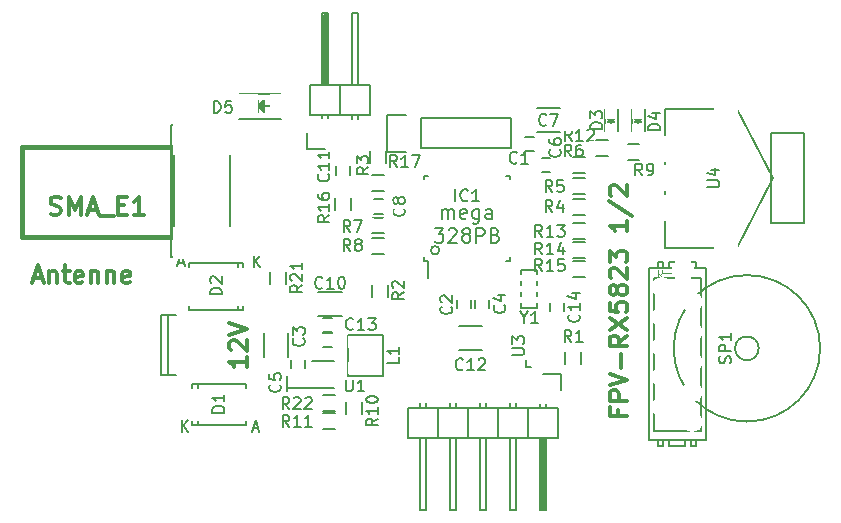
<source format=gto>
G04 #@! TF.FileFunction,Legend,Top*
%FSLAX46Y46*%
G04 Gerber Fmt 4.6, Leading zero omitted, Abs format (unit mm)*
G04 Created by KiCad (PCBNEW (2016-03-18 BZR 6629)-product) date Fr 15 Apr 2016 01:16:20 CEST*
%MOMM*%
G01*
G04 APERTURE LIST*
%ADD10C,0.100000*%
%ADD11C,0.300000*%
%ADD12C,0.200000*%
%ADD13C,0.150000*%
%ADD14C,0.203200*%
%ADD15C,0.101600*%
%ADD16C,0.381000*%
%ADD17C,0.304800*%
%ADD18O,3.800120X2.100860*%
%ADD19R,1.050000X1.100000*%
%ADD20R,1.900000X1.300000*%
%ADD21R,1.100000X1.050000*%
%ADD22R,1.300000X1.900000*%
%ADD23R,1.200000X0.800000*%
%ADD24R,0.800000X0.600000*%
%ADD25R,1.100000X1.180000*%
%ADD26R,0.800000X1.200000*%
%ADD27R,1.097560X1.097560*%
%ADD28R,0.850000X1.900000*%
%ADD29R,1.900000X0.850000*%
%ADD30R,2.027200X2.332000*%
%ADD31O,2.027200X2.332000*%
%ADD32C,2.300000*%
%ADD33R,0.698780X1.049300*%
%ADD34R,2.300000X0.600000*%
%ADD35R,2.799360X2.601240*%
%ADD36R,2.799360X2.100860*%
%ADD37R,1.897660X2.100860*%
%ADD38R,2.100000X2.200000*%
%ADD39C,1.450000*%
%ADD40R,2.332000X2.332000*%
%ADD41O,2.332000X2.332000*%
%ADD42R,3.000000X1.100000*%
%ADD43C,1.750000*%
%ADD44C,1.900000*%
%ADD45R,4.872000X2.713000*%
G04 APERTURE END LIST*
D10*
D11*
X119378571Y-117728571D02*
X119378571Y-118585714D01*
X119378571Y-118157142D02*
X117878571Y-118157142D01*
X118092857Y-118299999D01*
X118235714Y-118442857D01*
X118307143Y-118585714D01*
X118021429Y-117157143D02*
X117950000Y-117085714D01*
X117878571Y-116942857D01*
X117878571Y-116585714D01*
X117950000Y-116442857D01*
X118021429Y-116371428D01*
X118164286Y-116300000D01*
X118307143Y-116300000D01*
X118521429Y-116371428D01*
X119378571Y-117228571D01*
X119378571Y-116300000D01*
X117878571Y-115871429D02*
X119378571Y-115371429D01*
X117878571Y-114871429D01*
X101292857Y-111050000D02*
X102007143Y-111050000D01*
X101150000Y-111478571D02*
X101650000Y-109978571D01*
X102150000Y-111478571D01*
X102650000Y-110478571D02*
X102650000Y-111478571D01*
X102650000Y-110621429D02*
X102721428Y-110550000D01*
X102864286Y-110478571D01*
X103078571Y-110478571D01*
X103221428Y-110550000D01*
X103292857Y-110692857D01*
X103292857Y-111478571D01*
X103792857Y-110478571D02*
X104364286Y-110478571D01*
X104007143Y-109978571D02*
X104007143Y-111264286D01*
X104078571Y-111407143D01*
X104221429Y-111478571D01*
X104364286Y-111478571D01*
X105435714Y-111407143D02*
X105292857Y-111478571D01*
X105007143Y-111478571D01*
X104864286Y-111407143D01*
X104792857Y-111264286D01*
X104792857Y-110692857D01*
X104864286Y-110550000D01*
X105007143Y-110478571D01*
X105292857Y-110478571D01*
X105435714Y-110550000D01*
X105507143Y-110692857D01*
X105507143Y-110835714D01*
X104792857Y-110978571D01*
X106150000Y-110478571D02*
X106150000Y-111478571D01*
X106150000Y-110621429D02*
X106221428Y-110550000D01*
X106364286Y-110478571D01*
X106578571Y-110478571D01*
X106721428Y-110550000D01*
X106792857Y-110692857D01*
X106792857Y-111478571D01*
X107507143Y-110478571D02*
X107507143Y-111478571D01*
X107507143Y-110621429D02*
X107578571Y-110550000D01*
X107721429Y-110478571D01*
X107935714Y-110478571D01*
X108078571Y-110550000D01*
X108150000Y-110692857D01*
X108150000Y-111478571D01*
X109435714Y-111407143D02*
X109292857Y-111478571D01*
X109007143Y-111478571D01*
X108864286Y-111407143D01*
X108792857Y-111264286D01*
X108792857Y-110692857D01*
X108864286Y-110550000D01*
X109007143Y-110478571D01*
X109292857Y-110478571D01*
X109435714Y-110550000D01*
X109507143Y-110692857D01*
X109507143Y-110835714D01*
X108792857Y-110978571D01*
X150792857Y-122214284D02*
X150792857Y-122714284D01*
X151578571Y-122714284D02*
X150078571Y-122714284D01*
X150078571Y-121999998D01*
X151578571Y-121428570D02*
X150078571Y-121428570D01*
X150078571Y-120857142D01*
X150150000Y-120714284D01*
X150221429Y-120642856D01*
X150364286Y-120571427D01*
X150578571Y-120571427D01*
X150721429Y-120642856D01*
X150792857Y-120714284D01*
X150864286Y-120857142D01*
X150864286Y-121428570D01*
X150078571Y-120142856D02*
X151578571Y-119642856D01*
X150078571Y-119142856D01*
X151007143Y-118642856D02*
X151007143Y-117499999D01*
X151578571Y-115928570D02*
X150864286Y-116428570D01*
X151578571Y-116785713D02*
X150078571Y-116785713D01*
X150078571Y-116214285D01*
X150150000Y-116071427D01*
X150221429Y-115999999D01*
X150364286Y-115928570D01*
X150578571Y-115928570D01*
X150721429Y-115999999D01*
X150792857Y-116071427D01*
X150864286Y-116214285D01*
X150864286Y-116785713D01*
X150078571Y-115428570D02*
X151578571Y-114428570D01*
X150078571Y-114428570D02*
X151578571Y-115428570D01*
X150078571Y-113142856D02*
X150078571Y-113857142D01*
X150792857Y-113928571D01*
X150721429Y-113857142D01*
X150650000Y-113714285D01*
X150650000Y-113357142D01*
X150721429Y-113214285D01*
X150792857Y-113142856D01*
X150935714Y-113071428D01*
X151292857Y-113071428D01*
X151435714Y-113142856D01*
X151507143Y-113214285D01*
X151578571Y-113357142D01*
X151578571Y-113714285D01*
X151507143Y-113857142D01*
X151435714Y-113928571D01*
X150721429Y-112214285D02*
X150650000Y-112357143D01*
X150578571Y-112428571D01*
X150435714Y-112500000D01*
X150364286Y-112500000D01*
X150221429Y-112428571D01*
X150150000Y-112357143D01*
X150078571Y-112214285D01*
X150078571Y-111928571D01*
X150150000Y-111785714D01*
X150221429Y-111714285D01*
X150364286Y-111642857D01*
X150435714Y-111642857D01*
X150578571Y-111714285D01*
X150650000Y-111785714D01*
X150721429Y-111928571D01*
X150721429Y-112214285D01*
X150792857Y-112357143D01*
X150864286Y-112428571D01*
X151007143Y-112500000D01*
X151292857Y-112500000D01*
X151435714Y-112428571D01*
X151507143Y-112357143D01*
X151578571Y-112214285D01*
X151578571Y-111928571D01*
X151507143Y-111785714D01*
X151435714Y-111714285D01*
X151292857Y-111642857D01*
X151007143Y-111642857D01*
X150864286Y-111714285D01*
X150792857Y-111785714D01*
X150721429Y-111928571D01*
X150221429Y-111071429D02*
X150150000Y-111000000D01*
X150078571Y-110857143D01*
X150078571Y-110500000D01*
X150150000Y-110357143D01*
X150221429Y-110285714D01*
X150364286Y-110214286D01*
X150507143Y-110214286D01*
X150721429Y-110285714D01*
X151578571Y-111142857D01*
X151578571Y-110214286D01*
X150078571Y-109714286D02*
X150078571Y-108785715D01*
X150650000Y-109285715D01*
X150650000Y-109071429D01*
X150721429Y-108928572D01*
X150792857Y-108857143D01*
X150935714Y-108785715D01*
X151292857Y-108785715D01*
X151435714Y-108857143D01*
X151507143Y-108928572D01*
X151578571Y-109071429D01*
X151578571Y-109500001D01*
X151507143Y-109642858D01*
X151435714Y-109714286D01*
X151578571Y-106214287D02*
X151578571Y-107071430D01*
X151578571Y-106642858D02*
X150078571Y-106642858D01*
X150292857Y-106785715D01*
X150435714Y-106928573D01*
X150507143Y-107071430D01*
X150007143Y-104500002D02*
X151935714Y-105785716D01*
X150221429Y-104071430D02*
X150150000Y-104000001D01*
X150078571Y-103857144D01*
X150078571Y-103500001D01*
X150150000Y-103357144D01*
X150221429Y-103285715D01*
X150364286Y-103214287D01*
X150507143Y-103214287D01*
X150721429Y-103285715D01*
X151578571Y-104142858D01*
X151578571Y-103214287D01*
D12*
X135885715Y-106042857D02*
X135885715Y-105242857D01*
X135885715Y-105357143D02*
X135942858Y-105300000D01*
X136057144Y-105242857D01*
X136228572Y-105242857D01*
X136342858Y-105300000D01*
X136400001Y-105414286D01*
X136400001Y-106042857D01*
X136400001Y-105414286D02*
X136457144Y-105300000D01*
X136571430Y-105242857D01*
X136742858Y-105242857D01*
X136857144Y-105300000D01*
X136914287Y-105414286D01*
X136914287Y-106042857D01*
X137942858Y-105985714D02*
X137828572Y-106042857D01*
X137600001Y-106042857D01*
X137485715Y-105985714D01*
X137428572Y-105871429D01*
X137428572Y-105414286D01*
X137485715Y-105300000D01*
X137600001Y-105242857D01*
X137828572Y-105242857D01*
X137942858Y-105300000D01*
X138000001Y-105414286D01*
X138000001Y-105528571D01*
X137428572Y-105642857D01*
X139028572Y-105242857D02*
X139028572Y-106214286D01*
X138971429Y-106328571D01*
X138914286Y-106385714D01*
X138800001Y-106442857D01*
X138628572Y-106442857D01*
X138514286Y-106385714D01*
X139028572Y-105985714D02*
X138914286Y-106042857D01*
X138685715Y-106042857D01*
X138571429Y-105985714D01*
X138514286Y-105928571D01*
X138457143Y-105814286D01*
X138457143Y-105471429D01*
X138514286Y-105357143D01*
X138571429Y-105300000D01*
X138685715Y-105242857D01*
X138914286Y-105242857D01*
X139028572Y-105300000D01*
X140114286Y-106042857D02*
X140114286Y-105414286D01*
X140057143Y-105300000D01*
X139942857Y-105242857D01*
X139714286Y-105242857D01*
X139600000Y-105300000D01*
X140114286Y-105985714D02*
X140000000Y-106042857D01*
X139714286Y-106042857D01*
X139600000Y-105985714D01*
X139542857Y-105871429D01*
X139542857Y-105757143D01*
X139600000Y-105642857D01*
X139714286Y-105585714D01*
X140000000Y-105585714D01*
X140114286Y-105528571D01*
X135257144Y-106842857D02*
X136000001Y-106842857D01*
X135600001Y-107300000D01*
X135771429Y-107300000D01*
X135885715Y-107357143D01*
X135942858Y-107414286D01*
X136000001Y-107528571D01*
X136000001Y-107814286D01*
X135942858Y-107928571D01*
X135885715Y-107985714D01*
X135771429Y-108042857D01*
X135428572Y-108042857D01*
X135314286Y-107985714D01*
X135257144Y-107928571D01*
X136457143Y-106957143D02*
X136514286Y-106900000D01*
X136628572Y-106842857D01*
X136914286Y-106842857D01*
X137028572Y-106900000D01*
X137085715Y-106957143D01*
X137142858Y-107071429D01*
X137142858Y-107185714D01*
X137085715Y-107357143D01*
X136400001Y-108042857D01*
X137142858Y-108042857D01*
X137828572Y-107357143D02*
X137714286Y-107300000D01*
X137657143Y-107242857D01*
X137600000Y-107128571D01*
X137600000Y-107071429D01*
X137657143Y-106957143D01*
X137714286Y-106900000D01*
X137828572Y-106842857D01*
X138057143Y-106842857D01*
X138171429Y-106900000D01*
X138228572Y-106957143D01*
X138285715Y-107071429D01*
X138285715Y-107128571D01*
X138228572Y-107242857D01*
X138171429Y-107300000D01*
X138057143Y-107357143D01*
X137828572Y-107357143D01*
X137714286Y-107414286D01*
X137657143Y-107471429D01*
X137600000Y-107585714D01*
X137600000Y-107814286D01*
X137657143Y-107928571D01*
X137714286Y-107985714D01*
X137828572Y-108042857D01*
X138057143Y-108042857D01*
X138171429Y-107985714D01*
X138228572Y-107928571D01*
X138285715Y-107814286D01*
X138285715Y-107585714D01*
X138228572Y-107471429D01*
X138171429Y-107414286D01*
X138057143Y-107357143D01*
X138800000Y-108042857D02*
X138800000Y-106842857D01*
X139257143Y-106842857D01*
X139371429Y-106900000D01*
X139428572Y-106957143D01*
X139485715Y-107071429D01*
X139485715Y-107242857D01*
X139428572Y-107357143D01*
X139371429Y-107414286D01*
X139257143Y-107471429D01*
X138800000Y-107471429D01*
X140400000Y-107414286D02*
X140571429Y-107471429D01*
X140628572Y-107528571D01*
X140685715Y-107642857D01*
X140685715Y-107814286D01*
X140628572Y-107928571D01*
X140571429Y-107985714D01*
X140457143Y-108042857D01*
X140000000Y-108042857D01*
X140000000Y-106842857D01*
X140400000Y-106842857D01*
X140514286Y-106900000D01*
X140571429Y-106957143D01*
X140628572Y-107071429D01*
X140628572Y-107185714D01*
X140571429Y-107300000D01*
X140514286Y-107357143D01*
X140400000Y-107414286D01*
X140000000Y-107414286D01*
X135660555Y-108700000D02*
G75*
G03X135660555Y-108700000I-360555J0D01*
G01*
X122800000Y-119350000D02*
X122800000Y-120650000D01*
X122800000Y-120350000D02*
X122800000Y-119350000D01*
X125500000Y-120350000D02*
X122800000Y-120350000D01*
D13*
X112710000Y-119290000D02*
X112710000Y-114210000D01*
X112710000Y-114210000D02*
X113345000Y-114210000D01*
X112710000Y-119290000D02*
X113345000Y-119290000D01*
X112710000Y-119290000D02*
X112075000Y-119290000D01*
X112075000Y-119290000D02*
X112075000Y-114210000D01*
X112075000Y-114210000D02*
X112710000Y-114210000D01*
X123100000Y-118675000D02*
X123100000Y-117975000D01*
X124300000Y-117975000D02*
X124300000Y-118675000D01*
X120775000Y-115725000D02*
X120775000Y-117725000D01*
X122825000Y-117725000D02*
X122825000Y-115725000D01*
X126550000Y-116925000D02*
X125850000Y-116925000D01*
X125850000Y-115725000D02*
X126550000Y-115725000D01*
X125400000Y-114250000D02*
X127400000Y-114250000D01*
X127400000Y-112200000D02*
X125400000Y-112200000D01*
X131275000Y-111625000D02*
X131275000Y-112625000D01*
X129925000Y-112625000D02*
X129925000Y-111625000D01*
X127725000Y-122525000D02*
X127725000Y-121525000D01*
X129075000Y-121525000D02*
X129075000Y-122525000D01*
X125450000Y-120375000D02*
X126750000Y-120375000D01*
X124875000Y-118075000D02*
X126750000Y-118075000D01*
X126550000Y-115625000D02*
X125850000Y-115625000D01*
X125850000Y-114425000D02*
X126550000Y-114425000D01*
X122675000Y-110525000D02*
X122675000Y-111525000D01*
X121325000Y-111525000D02*
X121325000Y-110525000D01*
X125800000Y-122475000D02*
X126800000Y-122475000D01*
X126800000Y-123825000D02*
X125800000Y-123825000D01*
X125800000Y-120975000D02*
X126800000Y-120975000D01*
X126800000Y-122325000D02*
X125800000Y-122325000D01*
X142950000Y-99100000D02*
X143650000Y-99100000D01*
X143650000Y-100300000D02*
X142950000Y-100300000D01*
X138350000Y-112900000D02*
X138350000Y-113600000D01*
X137150000Y-113600000D02*
X137150000Y-112900000D01*
X139850000Y-112900000D02*
X139850000Y-113600000D01*
X138650000Y-113600000D02*
X138650000Y-112900000D01*
X144350000Y-100900000D02*
X145050000Y-100900000D01*
X145050000Y-102100000D02*
X144350000Y-102100000D01*
X143900000Y-98725000D02*
X145900000Y-98725000D01*
X145900000Y-96675000D02*
X143900000Y-96675000D01*
X130850000Y-105600000D02*
X130150000Y-105600000D01*
X130150000Y-104400000D02*
X130850000Y-104400000D01*
X137300000Y-117125000D02*
X139300000Y-117125000D01*
X139300000Y-115075000D02*
X137300000Y-115075000D01*
X145000000Y-113850000D02*
X145000000Y-113150000D01*
X146200000Y-113150000D02*
X146200000Y-113850000D01*
X149650000Y-96700000D02*
X149650000Y-98600000D01*
X150750000Y-96700000D02*
X150750000Y-98600000D01*
X150200000Y-97600000D02*
X150200000Y-98050000D01*
X150450000Y-97550000D02*
X149950000Y-97550000D01*
X150200000Y-97550000D02*
X150450000Y-97800000D01*
X150450000Y-97800000D02*
X149950000Y-97800000D01*
X149950000Y-97800000D02*
X150200000Y-97550000D01*
X151950000Y-96700000D02*
X151950000Y-98600000D01*
X153050000Y-96700000D02*
X153050000Y-98600000D01*
X152500000Y-97600000D02*
X152500000Y-98050000D01*
X152750000Y-97550000D02*
X152250000Y-97550000D01*
X152500000Y-97550000D02*
X152750000Y-97800000D01*
X152750000Y-97800000D02*
X152250000Y-97800000D01*
X152250000Y-97800000D02*
X152500000Y-97550000D01*
X134375000Y-109625000D02*
X134700000Y-109625000D01*
X134375000Y-102375000D02*
X134700000Y-102375000D01*
X141625000Y-102375000D02*
X141300000Y-102375000D01*
X141625000Y-109625000D02*
X141300000Y-109625000D01*
X134375000Y-109625000D02*
X134375000Y-109300000D01*
X141625000Y-109625000D02*
X141625000Y-109300000D01*
X141625000Y-102375000D02*
X141625000Y-102700000D01*
X134375000Y-102375000D02*
X134375000Y-102700000D01*
X134700000Y-109625000D02*
X134700000Y-111050000D01*
X145950000Y-119200000D02*
X144400000Y-119200000D01*
X145950000Y-120500000D02*
X145950000Y-119200000D01*
X144527000Y-124691000D02*
X144527000Y-130533000D01*
X144527000Y-130533000D02*
X144273000Y-130533000D01*
X144273000Y-130533000D02*
X144273000Y-124691000D01*
X144273000Y-124691000D02*
X144400000Y-124691000D01*
X144400000Y-124691000D02*
X144400000Y-130533000D01*
X144654000Y-122024000D02*
X144654000Y-121643000D01*
X144146000Y-122024000D02*
X144146000Y-121643000D01*
X142114000Y-122024000D02*
X142114000Y-121643000D01*
X141606000Y-122024000D02*
X141606000Y-121643000D01*
X139574000Y-122024000D02*
X139574000Y-121643000D01*
X139066000Y-122024000D02*
X139066000Y-121643000D01*
X137034000Y-122024000D02*
X137034000Y-121643000D01*
X136526000Y-122024000D02*
X136526000Y-121643000D01*
X133986000Y-122024000D02*
X133986000Y-121643000D01*
X134494000Y-122024000D02*
X134494000Y-121643000D01*
X143130000Y-124564000D02*
X145670000Y-124564000D01*
X144146000Y-130660000D02*
X144146000Y-124564000D01*
X144654000Y-130660000D02*
X144146000Y-130660000D01*
X144654000Y-124564000D02*
X144654000Y-130660000D01*
X143130000Y-122024000D02*
X143130000Y-124564000D01*
X145670000Y-122024000D02*
X143130000Y-122024000D01*
X145670000Y-122024000D02*
X145670000Y-124564000D01*
X140590000Y-122024000D02*
X140590000Y-124564000D01*
X140590000Y-122024000D02*
X138050000Y-122024000D01*
X138050000Y-122024000D02*
X138050000Y-124564000D01*
X139574000Y-124564000D02*
X139574000Y-130660000D01*
X139574000Y-130660000D02*
X139066000Y-130660000D01*
X139066000Y-130660000D02*
X139066000Y-124564000D01*
X138050000Y-124564000D02*
X140590000Y-124564000D01*
X140590000Y-124564000D02*
X143130000Y-124564000D01*
X141606000Y-130660000D02*
X141606000Y-124564000D01*
X142114000Y-130660000D02*
X141606000Y-130660000D01*
X142114000Y-124564000D02*
X142114000Y-130660000D01*
X140590000Y-122024000D02*
X140590000Y-124564000D01*
X143130000Y-122024000D02*
X140590000Y-122024000D01*
X143130000Y-122024000D02*
X143130000Y-124564000D01*
X135510000Y-122024000D02*
X135510000Y-124564000D01*
X135510000Y-122024000D02*
X132970000Y-122024000D01*
X132970000Y-122024000D02*
X132970000Y-124564000D01*
X134494000Y-124564000D02*
X134494000Y-130660000D01*
X134494000Y-130660000D02*
X133986000Y-130660000D01*
X133986000Y-130660000D02*
X133986000Y-124564000D01*
X132970000Y-124564000D02*
X135510000Y-124564000D01*
X135510000Y-124564000D02*
X138050000Y-124564000D01*
X136526000Y-130660000D02*
X136526000Y-124564000D01*
X137034000Y-130660000D02*
X136526000Y-130660000D01*
X137034000Y-124564000D02*
X137034000Y-130660000D01*
X135510000Y-122024000D02*
X135510000Y-124564000D01*
X138050000Y-122024000D02*
X135510000Y-122024000D01*
X138050000Y-122024000D02*
X138050000Y-124564000D01*
X134070000Y-100070000D02*
X141690000Y-100070000D01*
X134070000Y-97530000D02*
X141690000Y-97530000D01*
X131250000Y-97250000D02*
X132800000Y-97250000D01*
X141690000Y-100070000D02*
X141690000Y-97530000D01*
X134070000Y-97530000D02*
X134070000Y-100070000D01*
X132800000Y-100350000D02*
X131250000Y-100350000D01*
X131250000Y-100350000D02*
X131250000Y-97250000D01*
X146325000Y-118300000D02*
X146325000Y-117300000D01*
X147675000Y-117300000D02*
X147675000Y-118300000D01*
X130000000Y-102325000D02*
X131000000Y-102325000D01*
X131000000Y-103675000D02*
X130000000Y-103675000D01*
X147000000Y-104325000D02*
X148000000Y-104325000D01*
X148000000Y-105675000D02*
X147000000Y-105675000D01*
X147000000Y-102575000D02*
X148000000Y-102575000D01*
X148000000Y-103925000D02*
X147000000Y-103925000D01*
X147000000Y-100825000D02*
X148000000Y-100825000D01*
X148000000Y-102175000D02*
X147000000Y-102175000D01*
X131000000Y-107275000D02*
X130000000Y-107275000D01*
X130000000Y-105925000D02*
X131000000Y-105925000D01*
X131000000Y-108975000D02*
X130000000Y-108975000D01*
X130000000Y-107625000D02*
X131000000Y-107625000D01*
X151600000Y-99725000D02*
X152600000Y-99725000D01*
X152600000Y-101075000D02*
X151600000Y-101075000D01*
X148900000Y-99325000D02*
X149900000Y-99325000D01*
X149900000Y-100675000D02*
X148900000Y-100675000D01*
X147000000Y-106425000D02*
X148000000Y-106425000D01*
X148000000Y-107775000D02*
X147000000Y-107775000D01*
X147000000Y-108025000D02*
X148000000Y-108025000D01*
X148000000Y-109375000D02*
X147000000Y-109375000D01*
X147000000Y-109625000D02*
X148000000Y-109625000D01*
X148000000Y-110975000D02*
X147000000Y-110975000D01*
X162700760Y-117000000D02*
G75*
G03X162700760Y-117000000I-1000760J0D01*
G01*
X167900140Y-117000000D02*
G75*
G03X167900140Y-117000000I-6200140J0D01*
G01*
X142969040Y-117960780D02*
X142969040Y-118570380D01*
X142969040Y-118570380D02*
X143400840Y-118580540D01*
X143900000Y-113600000D02*
X143900000Y-110400000D01*
X143900000Y-110400000D02*
X142600000Y-110400000D01*
X142600000Y-110400000D02*
X142600000Y-113600000D01*
X142600000Y-113600000D02*
X143900000Y-113600000D01*
X119056320Y-109950000D02*
X119056320Y-110149800D01*
X118599280Y-110000000D02*
X118599280Y-110149000D01*
X114453840Y-109950000D02*
X114453840Y-110099000D01*
X119051240Y-113550000D02*
X119051240Y-113401000D01*
X118599280Y-113550000D02*
X118599280Y-113401000D01*
X114448760Y-113550000D02*
X114448760Y-113401000D01*
X118599280Y-109801020D02*
X118599280Y-109999140D01*
X118599280Y-113748980D02*
X118599280Y-113550860D01*
X114453840Y-109753560D02*
X114453840Y-109951680D01*
X119056320Y-109753560D02*
X114453840Y-109753560D01*
X119056320Y-109753560D02*
X119056320Y-109951680D01*
X119051240Y-113748980D02*
X119051240Y-113550860D01*
X119051240Y-113748980D02*
X114448760Y-113748980D01*
X114448760Y-113748980D02*
X114448760Y-113550860D01*
X115200860Y-123500060D02*
X115200860Y-123149540D01*
X115200860Y-119999940D02*
X115200860Y-120350460D01*
X119250440Y-123500060D02*
X119250440Y-123149540D01*
X114749560Y-123500060D02*
X114749560Y-123149540D01*
X114749560Y-119999940D02*
X114749560Y-120350460D01*
X119250440Y-119999940D02*
X119250440Y-120350460D01*
X114749560Y-123500060D02*
X119250440Y-123500060D01*
X114749560Y-119999940D02*
X119250440Y-119999940D01*
X118669860Y-97550000D02*
X122269860Y-97550000D01*
X118669860Y-95450000D02*
X122269860Y-95450000D01*
X120719860Y-96200000D02*
X120719860Y-96800000D01*
X120719860Y-96800000D02*
X120419860Y-96500000D01*
X120419860Y-96500000D02*
X120619860Y-96300000D01*
X120619860Y-96300000D02*
X120619860Y-96550000D01*
X120619860Y-96550000D02*
X120569860Y-96500000D01*
X120319860Y-96000000D02*
X120319860Y-97000000D01*
X120819860Y-96500000D02*
X121319860Y-96500000D01*
X120319860Y-96500000D02*
X120819860Y-96000000D01*
X120819860Y-96000000D02*
X120819860Y-97000000D01*
X120819860Y-97000000D02*
X120319860Y-96500000D01*
X166500000Y-98800000D02*
X166500000Y-106400000D01*
X166500000Y-106400000D02*
X163700000Y-106400000D01*
X163700000Y-106400000D02*
X163700000Y-98800000D01*
X163700000Y-98800000D02*
X166500000Y-98800000D01*
X154800000Y-96700000D02*
X160900000Y-96700000D01*
X160900000Y-96700000D02*
X163900000Y-102600000D01*
X163900000Y-102600000D02*
X160900000Y-108500000D01*
X160900000Y-108500000D02*
X154800000Y-108500000D01*
X154800000Y-96700000D02*
X154800000Y-108500000D01*
X124450000Y-100100000D02*
X126000000Y-100100000D01*
X124450000Y-98800000D02*
X124450000Y-100100000D01*
X125873000Y-94609000D02*
X125873000Y-88767000D01*
X125873000Y-88767000D02*
X126127000Y-88767000D01*
X126127000Y-88767000D02*
X126127000Y-94609000D01*
X126127000Y-94609000D02*
X126000000Y-94609000D01*
X126000000Y-94609000D02*
X126000000Y-88767000D01*
X125746000Y-97276000D02*
X125746000Y-97657000D01*
X126254000Y-97276000D02*
X126254000Y-97657000D01*
X128286000Y-97276000D02*
X128286000Y-97657000D01*
X128794000Y-97276000D02*
X128794000Y-97657000D01*
X124730000Y-97276000D02*
X124730000Y-94736000D01*
X127270000Y-97276000D02*
X127270000Y-94736000D01*
X127270000Y-97276000D02*
X129810000Y-97276000D01*
X129810000Y-97276000D02*
X129810000Y-94736000D01*
X128286000Y-94736000D02*
X128286000Y-88640000D01*
X128286000Y-88640000D02*
X128794000Y-88640000D01*
X128794000Y-88640000D02*
X128794000Y-94736000D01*
X129810000Y-94736000D02*
X127270000Y-94736000D01*
X127270000Y-94736000D02*
X124730000Y-94736000D01*
X126254000Y-88640000D02*
X126254000Y-94736000D01*
X125746000Y-88640000D02*
X126254000Y-88640000D01*
X125746000Y-94736000D02*
X125746000Y-88640000D01*
X127270000Y-97276000D02*
X127270000Y-94736000D01*
X124730000Y-97276000D02*
X127270000Y-97276000D01*
X127900000Y-119350000D02*
X127900000Y-115850000D01*
X127900000Y-115850000D02*
X130900000Y-115850000D01*
X130900000Y-115850000D02*
X130900000Y-119350000D01*
X130900000Y-119350000D02*
X127900000Y-119350000D01*
X126825000Y-105250000D02*
X126825000Y-104250000D01*
X128175000Y-104250000D02*
X128175000Y-105250000D01*
X129825000Y-101300000D02*
X129825000Y-100300000D01*
X131175000Y-100300000D02*
X131175000Y-101300000D01*
X126900000Y-102300000D02*
X126900000Y-101600000D01*
X128100000Y-101600000D02*
X128100000Y-102300000D01*
D14*
X155101500Y-124868540D02*
X155101500Y-125269860D01*
X155101500Y-125269860D02*
X156498500Y-125269860D01*
X156498500Y-125269860D02*
X156498500Y-124868540D01*
X156998880Y-124868540D02*
X156998880Y-125269860D01*
X156998880Y-125269860D02*
X157397660Y-125269860D01*
X157397660Y-125269860D02*
X157397660Y-124868540D01*
X154202340Y-124868540D02*
X154202340Y-125269860D01*
X154202340Y-125269860D02*
X154601120Y-125269860D01*
X154601120Y-125269860D02*
X154601120Y-124868540D01*
X153402240Y-124769480D02*
X158197760Y-124769480D01*
X153801020Y-123969380D02*
X157798980Y-123969380D01*
D15*
X154202340Y-110332120D02*
X154202340Y-110631840D01*
X154202340Y-110631840D02*
X154202340Y-110931560D01*
X155800000Y-110332120D02*
X155800000Y-110631840D01*
X155800000Y-110631840D02*
X155800000Y-110931560D01*
X155800000Y-110631840D02*
X155500280Y-110931560D01*
X154202340Y-110631840D02*
X154502060Y-110931560D01*
X154400460Y-110730900D02*
X154502060Y-110631840D01*
X154502060Y-110332120D02*
X154502060Y-110631840D01*
X154502060Y-110631840D02*
X155500280Y-110631840D01*
X155500280Y-110631840D02*
X155500280Y-110332120D01*
X155601880Y-110730900D02*
X155500280Y-110631840D01*
D14*
X156498500Y-110131460D02*
X156498500Y-109730140D01*
X156498500Y-109730140D02*
X155101500Y-109730140D01*
X155101500Y-109730140D02*
X155101500Y-110131460D01*
X154601120Y-110131460D02*
X154601120Y-109730140D01*
X154601120Y-109730140D02*
X154202340Y-109730140D01*
X154202340Y-109730140D02*
X154202340Y-110131460D01*
X157397660Y-110131460D02*
X157397660Y-109730140D01*
X157397660Y-109730140D02*
X156998880Y-109730140D01*
X156998880Y-109730140D02*
X156998880Y-110131460D01*
X158197760Y-110230520D02*
X153402240Y-110230520D01*
X153801020Y-111030620D02*
X153801020Y-123969380D01*
X153402240Y-110230520D02*
X153402240Y-124769480D01*
X158197760Y-110230520D02*
X158197760Y-124769480D01*
X157798980Y-111030620D02*
X153801020Y-111030620D01*
X157798980Y-111030620D02*
X157798980Y-123969380D01*
D13*
X112900000Y-109300000D02*
X113000000Y-109300000D01*
X113000000Y-109300000D02*
X117900000Y-109300000D01*
X117900000Y-109300000D02*
X117900000Y-98100000D01*
X117900000Y-98100000D02*
X112900000Y-98100000D01*
X112900000Y-98100000D02*
X112900000Y-109300000D01*
D16*
X113050000Y-107565400D02*
X113050000Y-99945400D01*
X113050000Y-99945400D02*
X100350000Y-99945400D01*
X100350000Y-99945400D02*
X100350000Y-107565400D01*
X100350000Y-107565400D02*
X113050000Y-107565400D01*
D13*
X124157143Y-116166666D02*
X124204762Y-116214285D01*
X124252381Y-116357142D01*
X124252381Y-116452380D01*
X124204762Y-116595238D01*
X124109524Y-116690476D01*
X124014286Y-116738095D01*
X123823810Y-116785714D01*
X123680952Y-116785714D01*
X123490476Y-116738095D01*
X123395238Y-116690476D01*
X123300000Y-116595238D01*
X123252381Y-116452380D01*
X123252381Y-116357142D01*
X123300000Y-116214285D01*
X123347619Y-116166666D01*
X123252381Y-115833333D02*
X123252381Y-115214285D01*
X123633333Y-115547619D01*
X123633333Y-115404761D01*
X123680952Y-115309523D01*
X123728571Y-115261904D01*
X123823810Y-115214285D01*
X124061905Y-115214285D01*
X124157143Y-115261904D01*
X124204762Y-115309523D01*
X124252381Y-115404761D01*
X124252381Y-115690476D01*
X124204762Y-115785714D01*
X124157143Y-115833333D01*
X122157143Y-120066666D02*
X122204762Y-120114285D01*
X122252381Y-120257142D01*
X122252381Y-120352380D01*
X122204762Y-120495238D01*
X122109524Y-120590476D01*
X122014286Y-120638095D01*
X121823810Y-120685714D01*
X121680952Y-120685714D01*
X121490476Y-120638095D01*
X121395238Y-120590476D01*
X121300000Y-120495238D01*
X121252381Y-120352380D01*
X121252381Y-120257142D01*
X121300000Y-120114285D01*
X121347619Y-120066666D01*
X121252381Y-119161904D02*
X121252381Y-119638095D01*
X121728571Y-119685714D01*
X121680952Y-119638095D01*
X121633333Y-119542857D01*
X121633333Y-119304761D01*
X121680952Y-119209523D01*
X121728571Y-119161904D01*
X121823810Y-119114285D01*
X122061905Y-119114285D01*
X122157143Y-119161904D01*
X122204762Y-119209523D01*
X122252381Y-119304761D01*
X122252381Y-119542857D01*
X122204762Y-119638095D01*
X122157143Y-119685714D01*
X125757143Y-111857143D02*
X125709524Y-111904762D01*
X125566667Y-111952381D01*
X125471429Y-111952381D01*
X125328571Y-111904762D01*
X125233333Y-111809524D01*
X125185714Y-111714286D01*
X125138095Y-111523810D01*
X125138095Y-111380952D01*
X125185714Y-111190476D01*
X125233333Y-111095238D01*
X125328571Y-111000000D01*
X125471429Y-110952381D01*
X125566667Y-110952381D01*
X125709524Y-111000000D01*
X125757143Y-111047619D01*
X126709524Y-111952381D02*
X126138095Y-111952381D01*
X126423809Y-111952381D02*
X126423809Y-110952381D01*
X126328571Y-111095238D01*
X126233333Y-111190476D01*
X126138095Y-111238095D01*
X127328571Y-110952381D02*
X127423810Y-110952381D01*
X127519048Y-111000000D01*
X127566667Y-111047619D01*
X127614286Y-111142857D01*
X127661905Y-111333333D01*
X127661905Y-111571429D01*
X127614286Y-111761905D01*
X127566667Y-111857143D01*
X127519048Y-111904762D01*
X127423810Y-111952381D01*
X127328571Y-111952381D01*
X127233333Y-111904762D01*
X127185714Y-111857143D01*
X127138095Y-111761905D01*
X127090476Y-111571429D01*
X127090476Y-111333333D01*
X127138095Y-111142857D01*
X127185714Y-111047619D01*
X127233333Y-111000000D01*
X127328571Y-110952381D01*
X132652381Y-112266666D02*
X132176190Y-112600000D01*
X132652381Y-112838095D02*
X131652381Y-112838095D01*
X131652381Y-112457142D01*
X131700000Y-112361904D01*
X131747619Y-112314285D01*
X131842857Y-112266666D01*
X131985714Y-112266666D01*
X132080952Y-112314285D01*
X132128571Y-112361904D01*
X132176190Y-112457142D01*
X132176190Y-112838095D01*
X131747619Y-111885714D02*
X131700000Y-111838095D01*
X131652381Y-111742857D01*
X131652381Y-111504761D01*
X131700000Y-111409523D01*
X131747619Y-111361904D01*
X131842857Y-111314285D01*
X131938095Y-111314285D01*
X132080952Y-111361904D01*
X132652381Y-111933333D01*
X132652381Y-111314285D01*
X130452381Y-122942857D02*
X129976190Y-123276191D01*
X130452381Y-123514286D02*
X129452381Y-123514286D01*
X129452381Y-123133333D01*
X129500000Y-123038095D01*
X129547619Y-122990476D01*
X129642857Y-122942857D01*
X129785714Y-122942857D01*
X129880952Y-122990476D01*
X129928571Y-123038095D01*
X129976190Y-123133333D01*
X129976190Y-123514286D01*
X130452381Y-121990476D02*
X130452381Y-122561905D01*
X130452381Y-122276191D02*
X129452381Y-122276191D01*
X129595238Y-122371429D01*
X129690476Y-122466667D01*
X129738095Y-122561905D01*
X129452381Y-121371429D02*
X129452381Y-121276190D01*
X129500000Y-121180952D01*
X129547619Y-121133333D01*
X129642857Y-121085714D01*
X129833333Y-121038095D01*
X130071429Y-121038095D01*
X130261905Y-121085714D01*
X130357143Y-121133333D01*
X130404762Y-121180952D01*
X130452381Y-121276190D01*
X130452381Y-121371429D01*
X130404762Y-121466667D01*
X130357143Y-121514286D01*
X130261905Y-121561905D01*
X130071429Y-121609524D01*
X129833333Y-121609524D01*
X129642857Y-121561905D01*
X129547619Y-121514286D01*
X129500000Y-121466667D01*
X129452381Y-121371429D01*
X127738095Y-119652381D02*
X127738095Y-120461905D01*
X127785714Y-120557143D01*
X127833333Y-120604762D01*
X127928571Y-120652381D01*
X128119048Y-120652381D01*
X128214286Y-120604762D01*
X128261905Y-120557143D01*
X128309524Y-120461905D01*
X128309524Y-119652381D01*
X129309524Y-120652381D02*
X128738095Y-120652381D01*
X129023809Y-120652381D02*
X129023809Y-119652381D01*
X128928571Y-119795238D01*
X128833333Y-119890476D01*
X128738095Y-119938095D01*
X128357143Y-115357143D02*
X128309524Y-115404762D01*
X128166667Y-115452381D01*
X128071429Y-115452381D01*
X127928571Y-115404762D01*
X127833333Y-115309524D01*
X127785714Y-115214286D01*
X127738095Y-115023810D01*
X127738095Y-114880952D01*
X127785714Y-114690476D01*
X127833333Y-114595238D01*
X127928571Y-114500000D01*
X128071429Y-114452381D01*
X128166667Y-114452381D01*
X128309524Y-114500000D01*
X128357143Y-114547619D01*
X129309524Y-115452381D02*
X128738095Y-115452381D01*
X129023809Y-115452381D02*
X129023809Y-114452381D01*
X128928571Y-114595238D01*
X128833333Y-114690476D01*
X128738095Y-114738095D01*
X129642857Y-114452381D02*
X130261905Y-114452381D01*
X129928571Y-114833333D01*
X130071429Y-114833333D01*
X130166667Y-114880952D01*
X130214286Y-114928571D01*
X130261905Y-115023810D01*
X130261905Y-115261905D01*
X130214286Y-115357143D01*
X130166667Y-115404762D01*
X130071429Y-115452381D01*
X129785714Y-115452381D01*
X129690476Y-115404762D01*
X129642857Y-115357143D01*
X124052381Y-111642857D02*
X123576190Y-111976191D01*
X124052381Y-112214286D02*
X123052381Y-112214286D01*
X123052381Y-111833333D01*
X123100000Y-111738095D01*
X123147619Y-111690476D01*
X123242857Y-111642857D01*
X123385714Y-111642857D01*
X123480952Y-111690476D01*
X123528571Y-111738095D01*
X123576190Y-111833333D01*
X123576190Y-112214286D01*
X123147619Y-111261905D02*
X123100000Y-111214286D01*
X123052381Y-111119048D01*
X123052381Y-110880952D01*
X123100000Y-110785714D01*
X123147619Y-110738095D01*
X123242857Y-110690476D01*
X123338095Y-110690476D01*
X123480952Y-110738095D01*
X124052381Y-111309524D01*
X124052381Y-110690476D01*
X124052381Y-109738095D02*
X124052381Y-110309524D01*
X124052381Y-110023810D02*
X123052381Y-110023810D01*
X123195238Y-110119048D01*
X123290476Y-110214286D01*
X123338095Y-110309524D01*
X122957143Y-123652381D02*
X122623809Y-123176190D01*
X122385714Y-123652381D02*
X122385714Y-122652381D01*
X122766667Y-122652381D01*
X122861905Y-122700000D01*
X122909524Y-122747619D01*
X122957143Y-122842857D01*
X122957143Y-122985714D01*
X122909524Y-123080952D01*
X122861905Y-123128571D01*
X122766667Y-123176190D01*
X122385714Y-123176190D01*
X123909524Y-123652381D02*
X123338095Y-123652381D01*
X123623809Y-123652381D02*
X123623809Y-122652381D01*
X123528571Y-122795238D01*
X123433333Y-122890476D01*
X123338095Y-122938095D01*
X124861905Y-123652381D02*
X124290476Y-123652381D01*
X124576190Y-123652381D02*
X124576190Y-122652381D01*
X124480952Y-122795238D01*
X124385714Y-122890476D01*
X124290476Y-122938095D01*
X122957143Y-122152381D02*
X122623809Y-121676190D01*
X122385714Y-122152381D02*
X122385714Y-121152381D01*
X122766667Y-121152381D01*
X122861905Y-121200000D01*
X122909524Y-121247619D01*
X122957143Y-121342857D01*
X122957143Y-121485714D01*
X122909524Y-121580952D01*
X122861905Y-121628571D01*
X122766667Y-121676190D01*
X122385714Y-121676190D01*
X123338095Y-121247619D02*
X123385714Y-121200000D01*
X123480952Y-121152381D01*
X123719048Y-121152381D01*
X123814286Y-121200000D01*
X123861905Y-121247619D01*
X123909524Y-121342857D01*
X123909524Y-121438095D01*
X123861905Y-121580952D01*
X123290476Y-122152381D01*
X123909524Y-122152381D01*
X124290476Y-121247619D02*
X124338095Y-121200000D01*
X124433333Y-121152381D01*
X124671429Y-121152381D01*
X124766667Y-121200000D01*
X124814286Y-121247619D01*
X124861905Y-121342857D01*
X124861905Y-121438095D01*
X124814286Y-121580952D01*
X124242857Y-122152381D01*
X124861905Y-122152381D01*
X142233334Y-101257143D02*
X142185715Y-101304762D01*
X142042858Y-101352381D01*
X141947620Y-101352381D01*
X141804762Y-101304762D01*
X141709524Y-101209524D01*
X141661905Y-101114286D01*
X141614286Y-100923810D01*
X141614286Y-100780952D01*
X141661905Y-100590476D01*
X141709524Y-100495238D01*
X141804762Y-100400000D01*
X141947620Y-100352381D01*
X142042858Y-100352381D01*
X142185715Y-100400000D01*
X142233334Y-100447619D01*
X143185715Y-101352381D02*
X142614286Y-101352381D01*
X142900000Y-101352381D02*
X142900000Y-100352381D01*
X142804762Y-100495238D01*
X142709524Y-100590476D01*
X142614286Y-100638095D01*
X136657143Y-113466666D02*
X136704762Y-113514285D01*
X136752381Y-113657142D01*
X136752381Y-113752380D01*
X136704762Y-113895238D01*
X136609524Y-113990476D01*
X136514286Y-114038095D01*
X136323810Y-114085714D01*
X136180952Y-114085714D01*
X135990476Y-114038095D01*
X135895238Y-113990476D01*
X135800000Y-113895238D01*
X135752381Y-113752380D01*
X135752381Y-113657142D01*
X135800000Y-113514285D01*
X135847619Y-113466666D01*
X135847619Y-113085714D02*
X135800000Y-113038095D01*
X135752381Y-112942857D01*
X135752381Y-112704761D01*
X135800000Y-112609523D01*
X135847619Y-112561904D01*
X135942857Y-112514285D01*
X136038095Y-112514285D01*
X136180952Y-112561904D01*
X136752381Y-113133333D01*
X136752381Y-112514285D01*
X141157143Y-113366666D02*
X141204762Y-113414285D01*
X141252381Y-113557142D01*
X141252381Y-113652380D01*
X141204762Y-113795238D01*
X141109524Y-113890476D01*
X141014286Y-113938095D01*
X140823810Y-113985714D01*
X140680952Y-113985714D01*
X140490476Y-113938095D01*
X140395238Y-113890476D01*
X140300000Y-113795238D01*
X140252381Y-113652380D01*
X140252381Y-113557142D01*
X140300000Y-113414285D01*
X140347619Y-113366666D01*
X140585714Y-112509523D02*
X141252381Y-112509523D01*
X140204762Y-112747619D02*
X140919048Y-112985714D01*
X140919048Y-112366666D01*
X145857143Y-100166666D02*
X145904762Y-100214285D01*
X145952381Y-100357142D01*
X145952381Y-100452380D01*
X145904762Y-100595238D01*
X145809524Y-100690476D01*
X145714286Y-100738095D01*
X145523810Y-100785714D01*
X145380952Y-100785714D01*
X145190476Y-100738095D01*
X145095238Y-100690476D01*
X145000000Y-100595238D01*
X144952381Y-100452380D01*
X144952381Y-100357142D01*
X145000000Y-100214285D01*
X145047619Y-100166666D01*
X144952381Y-99309523D02*
X144952381Y-99500000D01*
X145000000Y-99595238D01*
X145047619Y-99642857D01*
X145190476Y-99738095D01*
X145380952Y-99785714D01*
X145761905Y-99785714D01*
X145857143Y-99738095D01*
X145904762Y-99690476D01*
X145952381Y-99595238D01*
X145952381Y-99404761D01*
X145904762Y-99309523D01*
X145857143Y-99261904D01*
X145761905Y-99214285D01*
X145523810Y-99214285D01*
X145428571Y-99261904D01*
X145380952Y-99309523D01*
X145333333Y-99404761D01*
X145333333Y-99595238D01*
X145380952Y-99690476D01*
X145428571Y-99738095D01*
X145523810Y-99785714D01*
X144733334Y-98057143D02*
X144685715Y-98104762D01*
X144542858Y-98152381D01*
X144447620Y-98152381D01*
X144304762Y-98104762D01*
X144209524Y-98009524D01*
X144161905Y-97914286D01*
X144114286Y-97723810D01*
X144114286Y-97580952D01*
X144161905Y-97390476D01*
X144209524Y-97295238D01*
X144304762Y-97200000D01*
X144447620Y-97152381D01*
X144542858Y-97152381D01*
X144685715Y-97200000D01*
X144733334Y-97247619D01*
X145066667Y-97152381D02*
X145733334Y-97152381D01*
X145304762Y-98152381D01*
X132657143Y-105166666D02*
X132704762Y-105214285D01*
X132752381Y-105357142D01*
X132752381Y-105452380D01*
X132704762Y-105595238D01*
X132609524Y-105690476D01*
X132514286Y-105738095D01*
X132323810Y-105785714D01*
X132180952Y-105785714D01*
X131990476Y-105738095D01*
X131895238Y-105690476D01*
X131800000Y-105595238D01*
X131752381Y-105452380D01*
X131752381Y-105357142D01*
X131800000Y-105214285D01*
X131847619Y-105166666D01*
X132180952Y-104595238D02*
X132133333Y-104690476D01*
X132085714Y-104738095D01*
X131990476Y-104785714D01*
X131942857Y-104785714D01*
X131847619Y-104738095D01*
X131800000Y-104690476D01*
X131752381Y-104595238D01*
X131752381Y-104404761D01*
X131800000Y-104309523D01*
X131847619Y-104261904D01*
X131942857Y-104214285D01*
X131990476Y-104214285D01*
X132085714Y-104261904D01*
X132133333Y-104309523D01*
X132180952Y-104404761D01*
X132180952Y-104595238D01*
X132228571Y-104690476D01*
X132276190Y-104738095D01*
X132371429Y-104785714D01*
X132561905Y-104785714D01*
X132657143Y-104738095D01*
X132704762Y-104690476D01*
X132752381Y-104595238D01*
X132752381Y-104404761D01*
X132704762Y-104309523D01*
X132657143Y-104261904D01*
X132561905Y-104214285D01*
X132371429Y-104214285D01*
X132276190Y-104261904D01*
X132228571Y-104309523D01*
X132180952Y-104404761D01*
X137657143Y-118757143D02*
X137609524Y-118804762D01*
X137466667Y-118852381D01*
X137371429Y-118852381D01*
X137228571Y-118804762D01*
X137133333Y-118709524D01*
X137085714Y-118614286D01*
X137038095Y-118423810D01*
X137038095Y-118280952D01*
X137085714Y-118090476D01*
X137133333Y-117995238D01*
X137228571Y-117900000D01*
X137371429Y-117852381D01*
X137466667Y-117852381D01*
X137609524Y-117900000D01*
X137657143Y-117947619D01*
X138609524Y-118852381D02*
X138038095Y-118852381D01*
X138323809Y-118852381D02*
X138323809Y-117852381D01*
X138228571Y-117995238D01*
X138133333Y-118090476D01*
X138038095Y-118138095D01*
X138990476Y-117947619D02*
X139038095Y-117900000D01*
X139133333Y-117852381D01*
X139371429Y-117852381D01*
X139466667Y-117900000D01*
X139514286Y-117947619D01*
X139561905Y-118042857D01*
X139561905Y-118138095D01*
X139514286Y-118280952D01*
X138942857Y-118852381D01*
X139561905Y-118852381D01*
X147457143Y-114142857D02*
X147504762Y-114190476D01*
X147552381Y-114333333D01*
X147552381Y-114428571D01*
X147504762Y-114571429D01*
X147409524Y-114666667D01*
X147314286Y-114714286D01*
X147123810Y-114761905D01*
X146980952Y-114761905D01*
X146790476Y-114714286D01*
X146695238Y-114666667D01*
X146600000Y-114571429D01*
X146552381Y-114428571D01*
X146552381Y-114333333D01*
X146600000Y-114190476D01*
X146647619Y-114142857D01*
X147552381Y-113190476D02*
X147552381Y-113761905D01*
X147552381Y-113476191D02*
X146552381Y-113476191D01*
X146695238Y-113571429D01*
X146790476Y-113666667D01*
X146838095Y-113761905D01*
X146885714Y-112333333D02*
X147552381Y-112333333D01*
X146504762Y-112571429D02*
X147219048Y-112809524D01*
X147219048Y-112190476D01*
X149452381Y-98438095D02*
X148452381Y-98438095D01*
X148452381Y-98200000D01*
X148500000Y-98057142D01*
X148595238Y-97961904D01*
X148690476Y-97914285D01*
X148880952Y-97866666D01*
X149023810Y-97866666D01*
X149214286Y-97914285D01*
X149309524Y-97961904D01*
X149404762Y-98057142D01*
X149452381Y-98200000D01*
X149452381Y-98438095D01*
X148452381Y-97533333D02*
X148452381Y-96914285D01*
X148833333Y-97247619D01*
X148833333Y-97104761D01*
X148880952Y-97009523D01*
X148928571Y-96961904D01*
X149023810Y-96914285D01*
X149261905Y-96914285D01*
X149357143Y-96961904D01*
X149404762Y-97009523D01*
X149452381Y-97104761D01*
X149452381Y-97390476D01*
X149404762Y-97485714D01*
X149357143Y-97533333D01*
X154352381Y-98538095D02*
X153352381Y-98538095D01*
X153352381Y-98300000D01*
X153400000Y-98157142D01*
X153495238Y-98061904D01*
X153590476Y-98014285D01*
X153780952Y-97966666D01*
X153923810Y-97966666D01*
X154114286Y-98014285D01*
X154209524Y-98061904D01*
X154304762Y-98157142D01*
X154352381Y-98300000D01*
X154352381Y-98538095D01*
X153685714Y-97109523D02*
X154352381Y-97109523D01*
X153304762Y-97347619D02*
X154019048Y-97585714D01*
X154019048Y-96966666D01*
X137023810Y-104552381D02*
X137023810Y-103552381D01*
X138071429Y-104457143D02*
X138023810Y-104504762D01*
X137880953Y-104552381D01*
X137785715Y-104552381D01*
X137642857Y-104504762D01*
X137547619Y-104409524D01*
X137500000Y-104314286D01*
X137452381Y-104123810D01*
X137452381Y-103980952D01*
X137500000Y-103790476D01*
X137547619Y-103695238D01*
X137642857Y-103600000D01*
X137785715Y-103552381D01*
X137880953Y-103552381D01*
X138023810Y-103600000D01*
X138071429Y-103647619D01*
X139023810Y-104552381D02*
X138452381Y-104552381D01*
X138738095Y-104552381D02*
X138738095Y-103552381D01*
X138642857Y-103695238D01*
X138547619Y-103790476D01*
X138452381Y-103838095D01*
X146833334Y-116452381D02*
X146500000Y-115976190D01*
X146261905Y-116452381D02*
X146261905Y-115452381D01*
X146642858Y-115452381D01*
X146738096Y-115500000D01*
X146785715Y-115547619D01*
X146833334Y-115642857D01*
X146833334Y-115785714D01*
X146785715Y-115880952D01*
X146738096Y-115928571D01*
X146642858Y-115976190D01*
X146261905Y-115976190D01*
X147785715Y-116452381D02*
X147214286Y-116452381D01*
X147500000Y-116452381D02*
X147500000Y-115452381D01*
X147404762Y-115595238D01*
X147309524Y-115690476D01*
X147214286Y-115738095D01*
X129652381Y-101666666D02*
X129176190Y-102000000D01*
X129652381Y-102238095D02*
X128652381Y-102238095D01*
X128652381Y-101857142D01*
X128700000Y-101761904D01*
X128747619Y-101714285D01*
X128842857Y-101666666D01*
X128985714Y-101666666D01*
X129080952Y-101714285D01*
X129128571Y-101761904D01*
X129176190Y-101857142D01*
X129176190Y-102238095D01*
X128652381Y-101333333D02*
X128652381Y-100714285D01*
X129033333Y-101047619D01*
X129033333Y-100904761D01*
X129080952Y-100809523D01*
X129128571Y-100761904D01*
X129223810Y-100714285D01*
X129461905Y-100714285D01*
X129557143Y-100761904D01*
X129604762Y-100809523D01*
X129652381Y-100904761D01*
X129652381Y-101190476D01*
X129604762Y-101285714D01*
X129557143Y-101333333D01*
X145233334Y-105452381D02*
X144900000Y-104976190D01*
X144661905Y-105452381D02*
X144661905Y-104452381D01*
X145042858Y-104452381D01*
X145138096Y-104500000D01*
X145185715Y-104547619D01*
X145233334Y-104642857D01*
X145233334Y-104785714D01*
X145185715Y-104880952D01*
X145138096Y-104928571D01*
X145042858Y-104976190D01*
X144661905Y-104976190D01*
X146090477Y-104785714D02*
X146090477Y-105452381D01*
X145852381Y-104404762D02*
X145614286Y-105119048D01*
X146233334Y-105119048D01*
X145233334Y-103752381D02*
X144900000Y-103276190D01*
X144661905Y-103752381D02*
X144661905Y-102752381D01*
X145042858Y-102752381D01*
X145138096Y-102800000D01*
X145185715Y-102847619D01*
X145233334Y-102942857D01*
X145233334Y-103085714D01*
X145185715Y-103180952D01*
X145138096Y-103228571D01*
X145042858Y-103276190D01*
X144661905Y-103276190D01*
X146138096Y-102752381D02*
X145661905Y-102752381D01*
X145614286Y-103228571D01*
X145661905Y-103180952D01*
X145757143Y-103133333D01*
X145995239Y-103133333D01*
X146090477Y-103180952D01*
X146138096Y-103228571D01*
X146185715Y-103323810D01*
X146185715Y-103561905D01*
X146138096Y-103657143D01*
X146090477Y-103704762D01*
X145995239Y-103752381D01*
X145757143Y-103752381D01*
X145661905Y-103704762D01*
X145614286Y-103657143D01*
X146833334Y-100752381D02*
X146500000Y-100276190D01*
X146261905Y-100752381D02*
X146261905Y-99752381D01*
X146642858Y-99752381D01*
X146738096Y-99800000D01*
X146785715Y-99847619D01*
X146833334Y-99942857D01*
X146833334Y-100085714D01*
X146785715Y-100180952D01*
X146738096Y-100228571D01*
X146642858Y-100276190D01*
X146261905Y-100276190D01*
X147690477Y-99752381D02*
X147500000Y-99752381D01*
X147404762Y-99800000D01*
X147357143Y-99847619D01*
X147261905Y-99990476D01*
X147214286Y-100180952D01*
X147214286Y-100561905D01*
X147261905Y-100657143D01*
X147309524Y-100704762D01*
X147404762Y-100752381D01*
X147595239Y-100752381D01*
X147690477Y-100704762D01*
X147738096Y-100657143D01*
X147785715Y-100561905D01*
X147785715Y-100323810D01*
X147738096Y-100228571D01*
X147690477Y-100180952D01*
X147595239Y-100133333D01*
X147404762Y-100133333D01*
X147309524Y-100180952D01*
X147261905Y-100228571D01*
X147214286Y-100323810D01*
X128133334Y-107152381D02*
X127800000Y-106676190D01*
X127561905Y-107152381D02*
X127561905Y-106152381D01*
X127942858Y-106152381D01*
X128038096Y-106200000D01*
X128085715Y-106247619D01*
X128133334Y-106342857D01*
X128133334Y-106485714D01*
X128085715Y-106580952D01*
X128038096Y-106628571D01*
X127942858Y-106676190D01*
X127561905Y-106676190D01*
X128466667Y-106152381D02*
X129133334Y-106152381D01*
X128704762Y-107152381D01*
X128133334Y-108752381D02*
X127800000Y-108276190D01*
X127561905Y-108752381D02*
X127561905Y-107752381D01*
X127942858Y-107752381D01*
X128038096Y-107800000D01*
X128085715Y-107847619D01*
X128133334Y-107942857D01*
X128133334Y-108085714D01*
X128085715Y-108180952D01*
X128038096Y-108228571D01*
X127942858Y-108276190D01*
X127561905Y-108276190D01*
X128704762Y-108180952D02*
X128609524Y-108133333D01*
X128561905Y-108085714D01*
X128514286Y-107990476D01*
X128514286Y-107942857D01*
X128561905Y-107847619D01*
X128609524Y-107800000D01*
X128704762Y-107752381D01*
X128895239Y-107752381D01*
X128990477Y-107800000D01*
X129038096Y-107847619D01*
X129085715Y-107942857D01*
X129085715Y-107990476D01*
X129038096Y-108085714D01*
X128990477Y-108133333D01*
X128895239Y-108180952D01*
X128704762Y-108180952D01*
X128609524Y-108228571D01*
X128561905Y-108276190D01*
X128514286Y-108371429D01*
X128514286Y-108561905D01*
X128561905Y-108657143D01*
X128609524Y-108704762D01*
X128704762Y-108752381D01*
X128895239Y-108752381D01*
X128990477Y-108704762D01*
X129038096Y-108657143D01*
X129085715Y-108561905D01*
X129085715Y-108371429D01*
X129038096Y-108276190D01*
X128990477Y-108228571D01*
X128895239Y-108180952D01*
X152833334Y-102352381D02*
X152500000Y-101876190D01*
X152261905Y-102352381D02*
X152261905Y-101352381D01*
X152642858Y-101352381D01*
X152738096Y-101400000D01*
X152785715Y-101447619D01*
X152833334Y-101542857D01*
X152833334Y-101685714D01*
X152785715Y-101780952D01*
X152738096Y-101828571D01*
X152642858Y-101876190D01*
X152261905Y-101876190D01*
X153309524Y-102352381D02*
X153500000Y-102352381D01*
X153595239Y-102304762D01*
X153642858Y-102257143D01*
X153738096Y-102114286D01*
X153785715Y-101923810D01*
X153785715Y-101542857D01*
X153738096Y-101447619D01*
X153690477Y-101400000D01*
X153595239Y-101352381D01*
X153404762Y-101352381D01*
X153309524Y-101400000D01*
X153261905Y-101447619D01*
X153214286Y-101542857D01*
X153214286Y-101780952D01*
X153261905Y-101876190D01*
X153309524Y-101923810D01*
X153404762Y-101971429D01*
X153595239Y-101971429D01*
X153690477Y-101923810D01*
X153738096Y-101876190D01*
X153785715Y-101780952D01*
X146857143Y-99452381D02*
X146523809Y-98976190D01*
X146285714Y-99452381D02*
X146285714Y-98452381D01*
X146666667Y-98452381D01*
X146761905Y-98500000D01*
X146809524Y-98547619D01*
X146857143Y-98642857D01*
X146857143Y-98785714D01*
X146809524Y-98880952D01*
X146761905Y-98928571D01*
X146666667Y-98976190D01*
X146285714Y-98976190D01*
X147809524Y-99452381D02*
X147238095Y-99452381D01*
X147523809Y-99452381D02*
X147523809Y-98452381D01*
X147428571Y-98595238D01*
X147333333Y-98690476D01*
X147238095Y-98738095D01*
X148190476Y-98547619D02*
X148238095Y-98500000D01*
X148333333Y-98452381D01*
X148571429Y-98452381D01*
X148666667Y-98500000D01*
X148714286Y-98547619D01*
X148761905Y-98642857D01*
X148761905Y-98738095D01*
X148714286Y-98880952D01*
X148142857Y-99452381D01*
X148761905Y-99452381D01*
X144357143Y-107552381D02*
X144023809Y-107076190D01*
X143785714Y-107552381D02*
X143785714Y-106552381D01*
X144166667Y-106552381D01*
X144261905Y-106600000D01*
X144309524Y-106647619D01*
X144357143Y-106742857D01*
X144357143Y-106885714D01*
X144309524Y-106980952D01*
X144261905Y-107028571D01*
X144166667Y-107076190D01*
X143785714Y-107076190D01*
X145309524Y-107552381D02*
X144738095Y-107552381D01*
X145023809Y-107552381D02*
X145023809Y-106552381D01*
X144928571Y-106695238D01*
X144833333Y-106790476D01*
X144738095Y-106838095D01*
X145642857Y-106552381D02*
X146261905Y-106552381D01*
X145928571Y-106933333D01*
X146071429Y-106933333D01*
X146166667Y-106980952D01*
X146214286Y-107028571D01*
X146261905Y-107123810D01*
X146261905Y-107361905D01*
X146214286Y-107457143D01*
X146166667Y-107504762D01*
X146071429Y-107552381D01*
X145785714Y-107552381D01*
X145690476Y-107504762D01*
X145642857Y-107457143D01*
X144357143Y-109052381D02*
X144023809Y-108576190D01*
X143785714Y-109052381D02*
X143785714Y-108052381D01*
X144166667Y-108052381D01*
X144261905Y-108100000D01*
X144309524Y-108147619D01*
X144357143Y-108242857D01*
X144357143Y-108385714D01*
X144309524Y-108480952D01*
X144261905Y-108528571D01*
X144166667Y-108576190D01*
X143785714Y-108576190D01*
X145309524Y-109052381D02*
X144738095Y-109052381D01*
X145023809Y-109052381D02*
X145023809Y-108052381D01*
X144928571Y-108195238D01*
X144833333Y-108290476D01*
X144738095Y-108338095D01*
X146166667Y-108385714D02*
X146166667Y-109052381D01*
X145928571Y-108004762D02*
X145690476Y-108719048D01*
X146309524Y-108719048D01*
X144357143Y-110452381D02*
X144023809Y-109976190D01*
X143785714Y-110452381D02*
X143785714Y-109452381D01*
X144166667Y-109452381D01*
X144261905Y-109500000D01*
X144309524Y-109547619D01*
X144357143Y-109642857D01*
X144357143Y-109785714D01*
X144309524Y-109880952D01*
X144261905Y-109928571D01*
X144166667Y-109976190D01*
X143785714Y-109976190D01*
X145309524Y-110452381D02*
X144738095Y-110452381D01*
X145023809Y-110452381D02*
X145023809Y-109452381D01*
X144928571Y-109595238D01*
X144833333Y-109690476D01*
X144738095Y-109738095D01*
X146214286Y-109452381D02*
X145738095Y-109452381D01*
X145690476Y-109928571D01*
X145738095Y-109880952D01*
X145833333Y-109833333D01*
X146071429Y-109833333D01*
X146166667Y-109880952D01*
X146214286Y-109928571D01*
X146261905Y-110023810D01*
X146261905Y-110261905D01*
X146214286Y-110357143D01*
X146166667Y-110404762D01*
X146071429Y-110452381D01*
X145833333Y-110452381D01*
X145738095Y-110404762D01*
X145690476Y-110357143D01*
X160304762Y-118261905D02*
X160352381Y-118119048D01*
X160352381Y-117880952D01*
X160304762Y-117785714D01*
X160257143Y-117738095D01*
X160161905Y-117690476D01*
X160066667Y-117690476D01*
X159971429Y-117738095D01*
X159923810Y-117785714D01*
X159876190Y-117880952D01*
X159828571Y-118071429D01*
X159780952Y-118166667D01*
X159733333Y-118214286D01*
X159638095Y-118261905D01*
X159542857Y-118261905D01*
X159447619Y-118214286D01*
X159400000Y-118166667D01*
X159352381Y-118071429D01*
X159352381Y-117833333D01*
X159400000Y-117690476D01*
X160352381Y-117261905D02*
X159352381Y-117261905D01*
X159352381Y-116880952D01*
X159400000Y-116785714D01*
X159447619Y-116738095D01*
X159542857Y-116690476D01*
X159685714Y-116690476D01*
X159780952Y-116738095D01*
X159828571Y-116785714D01*
X159876190Y-116880952D01*
X159876190Y-117261905D01*
X160352381Y-115738095D02*
X160352381Y-116309524D01*
X160352381Y-116023810D02*
X159352381Y-116023810D01*
X159495238Y-116119048D01*
X159590476Y-116214286D01*
X159638095Y-116309524D01*
X141852381Y-117561905D02*
X142661905Y-117561905D01*
X142757143Y-117514286D01*
X142804762Y-117466667D01*
X142852381Y-117371429D01*
X142852381Y-117180952D01*
X142804762Y-117085714D01*
X142757143Y-117038095D01*
X142661905Y-116990476D01*
X141852381Y-116990476D01*
X141852381Y-116609524D02*
X141852381Y-115990476D01*
X142233333Y-116323810D01*
X142233333Y-116180952D01*
X142280952Y-116085714D01*
X142328571Y-116038095D01*
X142423810Y-115990476D01*
X142661905Y-115990476D01*
X142757143Y-116038095D01*
X142804762Y-116085714D01*
X142852381Y-116180952D01*
X142852381Y-116466667D01*
X142804762Y-116561905D01*
X142757143Y-116609524D01*
X142823809Y-114376190D02*
X142823809Y-114852381D01*
X142490476Y-113852381D02*
X142823809Y-114376190D01*
X143157143Y-113852381D01*
X144014286Y-114852381D02*
X143442857Y-114852381D01*
X143728571Y-114852381D02*
X143728571Y-113852381D01*
X143633333Y-113995238D01*
X143538095Y-114090476D01*
X143442857Y-114138095D01*
X117252381Y-112438095D02*
X116252381Y-112438095D01*
X116252381Y-112200000D01*
X116300000Y-112057142D01*
X116395238Y-111961904D01*
X116490476Y-111914285D01*
X116680952Y-111866666D01*
X116823810Y-111866666D01*
X117014286Y-111914285D01*
X117109524Y-111961904D01*
X117204762Y-112057142D01*
X117252381Y-112200000D01*
X117252381Y-112438095D01*
X116347619Y-111485714D02*
X116300000Y-111438095D01*
X116252381Y-111342857D01*
X116252381Y-111104761D01*
X116300000Y-111009523D01*
X116347619Y-110961904D01*
X116442857Y-110914285D01*
X116538095Y-110914285D01*
X116680952Y-110961904D01*
X117252381Y-111533333D01*
X117252381Y-110914285D01*
X119938095Y-110152381D02*
X119938095Y-109152381D01*
X120509524Y-110152381D02*
X120080952Y-109580952D01*
X120509524Y-109152381D02*
X119938095Y-109723810D01*
X113561905Y-109766667D02*
X114038096Y-109766667D01*
X113466667Y-110052381D02*
X113800000Y-109052381D01*
X114133334Y-110052381D01*
X117452381Y-122438095D02*
X116452381Y-122438095D01*
X116452381Y-122200000D01*
X116500000Y-122057142D01*
X116595238Y-121961904D01*
X116690476Y-121914285D01*
X116880952Y-121866666D01*
X117023810Y-121866666D01*
X117214286Y-121914285D01*
X117309524Y-121961904D01*
X117404762Y-122057142D01*
X117452381Y-122200000D01*
X117452381Y-122438095D01*
X117452381Y-120914285D02*
X117452381Y-121485714D01*
X117452381Y-121200000D02*
X116452381Y-121200000D01*
X116595238Y-121295238D01*
X116690476Y-121390476D01*
X116738095Y-121485714D01*
X113838095Y-124052381D02*
X113838095Y-123052381D01*
X114409524Y-124052381D02*
X113980952Y-123480952D01*
X114409524Y-123052381D02*
X113838095Y-123623810D01*
X119861905Y-123766667D02*
X120338096Y-123766667D01*
X119766667Y-124052381D02*
X120100000Y-123052381D01*
X120433334Y-124052381D01*
X116561905Y-97052381D02*
X116561905Y-96052381D01*
X116800000Y-96052381D01*
X116942858Y-96100000D01*
X117038096Y-96195238D01*
X117085715Y-96290476D01*
X117133334Y-96480952D01*
X117133334Y-96623810D01*
X117085715Y-96814286D01*
X117038096Y-96909524D01*
X116942858Y-97004762D01*
X116800000Y-97052381D01*
X116561905Y-97052381D01*
X118038096Y-96052381D02*
X117561905Y-96052381D01*
X117514286Y-96528571D01*
X117561905Y-96480952D01*
X117657143Y-96433333D01*
X117895239Y-96433333D01*
X117990477Y-96480952D01*
X118038096Y-96528571D01*
X118085715Y-96623810D01*
X118085715Y-96861905D01*
X118038096Y-96957143D01*
X117990477Y-97004762D01*
X117895239Y-97052381D01*
X117657143Y-97052381D01*
X117561905Y-97004762D01*
X117514286Y-96957143D01*
X158352381Y-103361905D02*
X159161905Y-103361905D01*
X159257143Y-103314286D01*
X159304762Y-103266667D01*
X159352381Y-103171429D01*
X159352381Y-102980952D01*
X159304762Y-102885714D01*
X159257143Y-102838095D01*
X159161905Y-102790476D01*
X158352381Y-102790476D01*
X158685714Y-101885714D02*
X159352381Y-101885714D01*
X158304762Y-102123810D02*
X159019048Y-102361905D01*
X159019048Y-101742857D01*
X132252381Y-117766666D02*
X132252381Y-118242857D01*
X131252381Y-118242857D01*
X132252381Y-116909523D02*
X132252381Y-117480952D01*
X132252381Y-117195238D02*
X131252381Y-117195238D01*
X131395238Y-117290476D01*
X131490476Y-117385714D01*
X131538095Y-117480952D01*
X126352381Y-105742857D02*
X125876190Y-106076191D01*
X126352381Y-106314286D02*
X125352381Y-106314286D01*
X125352381Y-105933333D01*
X125400000Y-105838095D01*
X125447619Y-105790476D01*
X125542857Y-105742857D01*
X125685714Y-105742857D01*
X125780952Y-105790476D01*
X125828571Y-105838095D01*
X125876190Y-105933333D01*
X125876190Y-106314286D01*
X126352381Y-104790476D02*
X126352381Y-105361905D01*
X126352381Y-105076191D02*
X125352381Y-105076191D01*
X125495238Y-105171429D01*
X125590476Y-105266667D01*
X125638095Y-105361905D01*
X125352381Y-103933333D02*
X125352381Y-104123810D01*
X125400000Y-104219048D01*
X125447619Y-104266667D01*
X125590476Y-104361905D01*
X125780952Y-104409524D01*
X126161905Y-104409524D01*
X126257143Y-104361905D01*
X126304762Y-104314286D01*
X126352381Y-104219048D01*
X126352381Y-104028571D01*
X126304762Y-103933333D01*
X126257143Y-103885714D01*
X126161905Y-103838095D01*
X125923810Y-103838095D01*
X125828571Y-103885714D01*
X125780952Y-103933333D01*
X125733333Y-104028571D01*
X125733333Y-104219048D01*
X125780952Y-104314286D01*
X125828571Y-104361905D01*
X125923810Y-104409524D01*
X132057143Y-101652381D02*
X131723809Y-101176190D01*
X131485714Y-101652381D02*
X131485714Y-100652381D01*
X131866667Y-100652381D01*
X131961905Y-100700000D01*
X132009524Y-100747619D01*
X132057143Y-100842857D01*
X132057143Y-100985714D01*
X132009524Y-101080952D01*
X131961905Y-101128571D01*
X131866667Y-101176190D01*
X131485714Y-101176190D01*
X133009524Y-101652381D02*
X132438095Y-101652381D01*
X132723809Y-101652381D02*
X132723809Y-100652381D01*
X132628571Y-100795238D01*
X132533333Y-100890476D01*
X132438095Y-100938095D01*
X133342857Y-100652381D02*
X134009524Y-100652381D01*
X133580952Y-101652381D01*
X126257143Y-102242857D02*
X126304762Y-102290476D01*
X126352381Y-102433333D01*
X126352381Y-102528571D01*
X126304762Y-102671429D01*
X126209524Y-102766667D01*
X126114286Y-102814286D01*
X125923810Y-102861905D01*
X125780952Y-102861905D01*
X125590476Y-102814286D01*
X125495238Y-102766667D01*
X125400000Y-102671429D01*
X125352381Y-102528571D01*
X125352381Y-102433333D01*
X125400000Y-102290476D01*
X125447619Y-102242857D01*
X126352381Y-101290476D02*
X126352381Y-101861905D01*
X126352381Y-101576191D02*
X125352381Y-101576191D01*
X125495238Y-101671429D01*
X125590476Y-101766667D01*
X125638095Y-101861905D01*
X126352381Y-100338095D02*
X126352381Y-100909524D01*
X126352381Y-100623810D02*
X125352381Y-100623810D01*
X125495238Y-100719048D01*
X125590476Y-100814286D01*
X125638095Y-100909524D01*
D17*
X102744857Y-105616857D02*
X102962571Y-105689429D01*
X103325428Y-105689429D01*
X103470571Y-105616857D01*
X103543142Y-105544286D01*
X103615714Y-105399143D01*
X103615714Y-105254000D01*
X103543142Y-105108857D01*
X103470571Y-105036286D01*
X103325428Y-104963714D01*
X103035142Y-104891143D01*
X102890000Y-104818571D01*
X102817428Y-104746000D01*
X102744857Y-104600857D01*
X102744857Y-104455714D01*
X102817428Y-104310571D01*
X102890000Y-104238000D01*
X103035142Y-104165429D01*
X103398000Y-104165429D01*
X103615714Y-104238000D01*
X104268857Y-105689429D02*
X104268857Y-104165429D01*
X104776857Y-105254000D01*
X105284857Y-104165429D01*
X105284857Y-105689429D01*
X105938000Y-105254000D02*
X106663714Y-105254000D01*
X105792857Y-105689429D02*
X106300857Y-104165429D01*
X106808857Y-105689429D01*
X106954000Y-105834571D02*
X108115143Y-105834571D01*
X108478000Y-104891143D02*
X108986000Y-104891143D01*
X109203714Y-105689429D02*
X108478000Y-105689429D01*
X108478000Y-104165429D01*
X109203714Y-104165429D01*
X110655143Y-105689429D02*
X109784286Y-105689429D01*
X110219714Y-105689429D02*
X110219714Y-104165429D01*
X110074571Y-104383143D01*
X109929429Y-104528286D01*
X109784286Y-104600857D01*
%LPC*%
D18*
X115250000Y-118020000D03*
X115250000Y-115480000D03*
D19*
X123700000Y-119075000D03*
X123700000Y-117575000D03*
D20*
X121800000Y-118225000D03*
X121800000Y-115225000D03*
D21*
X126950000Y-116325000D03*
X125450000Y-116325000D03*
D22*
X127900000Y-113225000D03*
X124900000Y-113225000D03*
D23*
X130600000Y-112875000D03*
X130600000Y-111375000D03*
X128400000Y-121275000D03*
X128400000Y-122775000D03*
D24*
X125200000Y-118475000D03*
X125200000Y-118975000D03*
X125200000Y-119475000D03*
X125200000Y-119975000D03*
X127000000Y-119975000D03*
X127000000Y-119475000D03*
X127000000Y-118975000D03*
X127000000Y-118475000D03*
D25*
X126100000Y-119665000D03*
X126100000Y-118785000D03*
D21*
X126950000Y-115025000D03*
X125450000Y-115025000D03*
D23*
X122000000Y-111775000D03*
X122000000Y-110275000D03*
D26*
X127050000Y-123150000D03*
X125550000Y-123150000D03*
X127050000Y-121650000D03*
X125550000Y-121650000D03*
D21*
X142550000Y-99700000D03*
X144050000Y-99700000D03*
D19*
X137750000Y-112500000D03*
X137750000Y-114000000D03*
X139250000Y-112500000D03*
X139250000Y-114000000D03*
D21*
X143950000Y-101500000D03*
X145450000Y-101500000D03*
D22*
X146400000Y-97700000D03*
X143400000Y-97700000D03*
D21*
X131250000Y-105000000D03*
X129750000Y-105000000D03*
D22*
X139800000Y-116100000D03*
X136800000Y-116100000D03*
D19*
X145600000Y-114250000D03*
X145600000Y-112750000D03*
D27*
X150200000Y-98549300D03*
X150200000Y-97050700D03*
X152500000Y-98549300D03*
X152500000Y-97050700D03*
D28*
X135200000Y-110250000D03*
X136000000Y-110250000D03*
X136800000Y-110250000D03*
X137600000Y-110250000D03*
X138400000Y-110250000D03*
X139200000Y-110250000D03*
X140000000Y-110250000D03*
X140800000Y-110250000D03*
D29*
X142250000Y-108800000D03*
X142250000Y-108000000D03*
X142250000Y-107200000D03*
X142250000Y-106400000D03*
X142250000Y-105600000D03*
X142250000Y-104800000D03*
X142250000Y-104000000D03*
X142250000Y-103200000D03*
D28*
X140800000Y-101750000D03*
X140000000Y-101750000D03*
X139200000Y-101750000D03*
X138400000Y-101750000D03*
X137600000Y-101750000D03*
X136800000Y-101750000D03*
X136000000Y-101750000D03*
X135200000Y-101750000D03*
D29*
X133750000Y-103200000D03*
X133750000Y-104000000D03*
X133750000Y-104800000D03*
X133750000Y-105600000D03*
X133750000Y-106400000D03*
X133750000Y-107200000D03*
X133750000Y-108000000D03*
X133750000Y-108800000D03*
D30*
X144400000Y-120500000D03*
D31*
X141860000Y-120500000D03*
X139320000Y-120500000D03*
X136780000Y-120500000D03*
X134240000Y-120500000D03*
D30*
X132800000Y-98800000D03*
D31*
X135340000Y-98800000D03*
X137880000Y-98800000D03*
X140420000Y-98800000D03*
D23*
X147000000Y-117050000D03*
X147000000Y-118550000D03*
D26*
X131250000Y-103000000D03*
X129750000Y-103000000D03*
X148250000Y-105000000D03*
X146750000Y-105000000D03*
X148250000Y-103250000D03*
X146750000Y-103250000D03*
X148250000Y-101500000D03*
X146750000Y-101500000D03*
X129750000Y-106600000D03*
X131250000Y-106600000D03*
X129750000Y-108300000D03*
X131250000Y-108300000D03*
X152850000Y-100400000D03*
X151350000Y-100400000D03*
X150150000Y-100000000D03*
X148650000Y-100000000D03*
X148250000Y-107100000D03*
X146750000Y-107100000D03*
X148250000Y-108700000D03*
X146750000Y-108700000D03*
X148250000Y-110300000D03*
X146750000Y-110300000D03*
D32*
X161700000Y-113200160D03*
X161700000Y-120799840D03*
D33*
X143649760Y-117749960D03*
X144300000Y-117749960D03*
X144950240Y-117749960D03*
X144950240Y-115850040D03*
X144300000Y-115850040D03*
X143649760Y-115850040D03*
D34*
X143250000Y-111050000D03*
X143250000Y-112000000D03*
X143250000Y-112950000D03*
D35*
X118898840Y-111750000D03*
X114601160Y-111750000D03*
D36*
X115001020Y-121750000D03*
X118998980Y-121750000D03*
D37*
X122239720Y-96500000D03*
X119400000Y-96500000D03*
D38*
X155100000Y-102600000D03*
X155100000Y-100100000D03*
X155100000Y-105100000D03*
X159950000Y-97200000D03*
X159950000Y-108000000D03*
D39*
X158900000Y-105100000D03*
X158900000Y-100100000D03*
D40*
X126000000Y-98800000D03*
D41*
X128540000Y-98800000D03*
D42*
X129400000Y-116500000D03*
X129400000Y-118700000D03*
D23*
X127500000Y-104000000D03*
X127500000Y-105500000D03*
X130500000Y-100050000D03*
X130500000Y-101550000D03*
D19*
X127500000Y-102700000D03*
X127500000Y-101200000D03*
D43*
X154530000Y-111785000D03*
X157070000Y-113055000D03*
X154530000Y-114325000D03*
X157070000Y-115595000D03*
X154530000Y-116865000D03*
X157070000Y-118135000D03*
X154530000Y-119405000D03*
X157070000Y-120675000D03*
X154530000Y-121945000D03*
X157070000Y-123215000D03*
D44*
X156330000Y-110385000D03*
D45*
X115600000Y-108100000D03*
X115600000Y-99300000D03*
M02*

</source>
